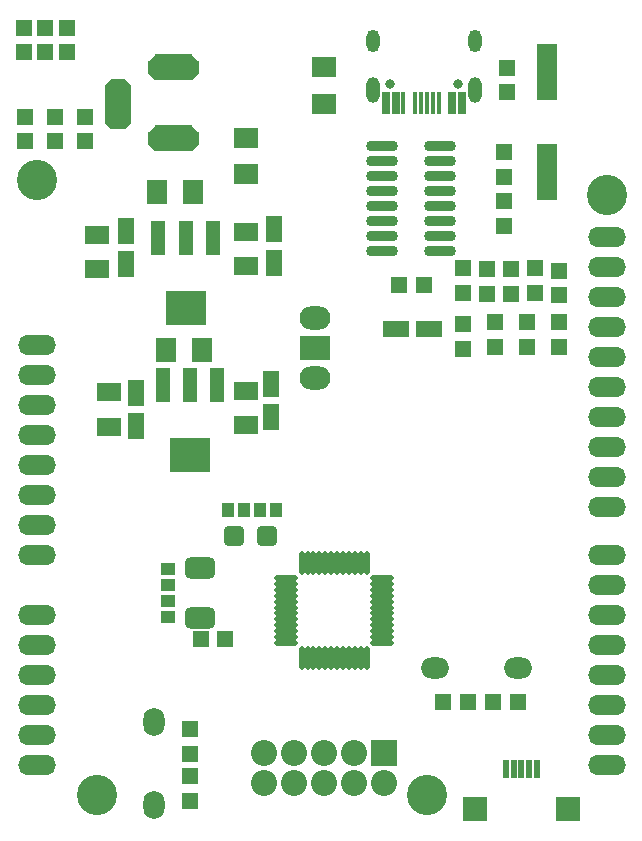
<source format=gbr>
G04*
G04 #@! TF.GenerationSoftware,Altium Limited,Altium Designer,24.2.2 (26)*
G04*
G04 Layer_Color=8388736*
%FSLAX44Y44*%
%MOMM*%
G71*
G04*
G04 #@! TF.SameCoordinates,4540F394-007A-4255-9B34-8FA5F3C486F6*
G04*
G04*
G04 #@! TF.FilePolarity,Negative*
G04*
G01*
G75*
%ADD43R,1.1032X1.2032*%
G04:AMPARAMS|DCode=44|XSize=1.75mm|YSize=1.75mm|CornerRadius=0.475mm|HoleSize=0mm|Usage=FLASHONLY|Rotation=0.000|XOffset=0mm|YOffset=0mm|HoleType=Round|Shape=RoundedRectangle|*
%AMROUNDEDRECTD44*
21,1,1.7500,0.8000,0,0,0.0*
21,1,0.8000,1.7500,0,0,0.0*
1,1,0.9500,0.4000,-0.4000*
1,1,0.9500,-0.4000,-0.4000*
1,1,0.9500,-0.4000,0.4000*
1,1,0.9500,0.4000,0.4000*
%
%ADD44ROUNDEDRECTD44*%
%ADD45R,1.4032X1.4032*%
%ADD46O,2.4000X1.8000*%
%ADD47R,0.6032X1.5532*%
%ADD48R,2.1032X2.1032*%
%ADD49O,1.8000X2.4000*%
%ADD50R,1.2032X1.1032*%
G04:AMPARAMS|DCode=51|XSize=1.8032mm|YSize=2.6032mm|CornerRadius=0.5016mm|HoleSize=0mm|Usage=FLASHONLY|Rotation=270.000|XOffset=0mm|YOffset=0mm|HoleType=Round|Shape=RoundedRectangle|*
%AMROUNDEDRECTD51*
21,1,1.8032,1.6000,0,0,270.0*
21,1,0.8000,2.6032,0,0,270.0*
1,1,1.0032,-0.8000,-0.4000*
1,1,1.0032,-0.8000,0.4000*
1,1,1.0032,0.8000,0.4000*
1,1,1.0032,0.8000,-0.4000*
%
%ADD51ROUNDEDRECTD51*%
%ADD52O,0.5032X2.0032*%
%ADD53O,2.0032X0.5032*%
%ADD54R,2.2032X1.4032*%
%ADD55R,1.4032X1.4032*%
%ADD56R,2.1032X1.7032*%
%ADD57R,1.7032X2.1032*%
%ADD58R,2.0032X1.5032*%
%ADD59R,1.4032X2.2032*%
%ADD60R,1.2032X2.9032*%
%ADD61R,3.5032X2.9032*%
%ADD62R,0.7000X1.9000*%
%ADD63R,0.4000X1.9000*%
%ADD64O,2.7032X0.9032*%
%ADD65R,1.7032X4.7032*%
%ADD66R,2.2032X2.2032*%
%ADD67C,2.2032*%
%ADD68C,3.4036*%
%ADD69O,3.2032X1.7032*%
%ADD70O,2.6032X2.0032*%
%ADD71R,2.6032X2.0032*%
%ADD72O,1.1032X1.9032*%
%ADD73O,1.1032X2.2032*%
%ADD74C,0.8032*%
G36*
X157623Y653719D02*
X157753Y653693D01*
X157880Y653651D01*
X157999Y653592D01*
X158110Y653518D01*
X158210Y653430D01*
X163210Y648430D01*
X163298Y648330D01*
X163372Y648219D01*
X163431Y648100D01*
X163473Y647974D01*
X163500Y647843D01*
X163508Y647710D01*
Y637710D01*
X163500Y637577D01*
X163473Y637447D01*
X163431Y637320D01*
X163372Y637201D01*
X163298Y637090D01*
X163210Y636990D01*
X158210Y631990D01*
X158110Y631902D01*
X157999Y631828D01*
X157880Y631769D01*
X157753Y631726D01*
X157623Y631701D01*
X157490Y631692D01*
X126990D01*
X126857Y631701D01*
X126727Y631726D01*
X126600Y631769D01*
X126481Y631828D01*
X126370Y631902D01*
X126270Y631990D01*
X121270Y636990D01*
X121182Y637090D01*
X121108Y637201D01*
X121049Y637320D01*
X121006Y637447D01*
X120981Y637577D01*
X120972Y637710D01*
Y647710D01*
X120981Y647843D01*
X121006Y647974D01*
X121049Y648100D01*
X121108Y648219D01*
X121182Y648330D01*
X121270Y648430D01*
X126270Y653430D01*
X126370Y653518D01*
X126481Y653592D01*
X126600Y653651D01*
X126727Y653693D01*
X126857Y653719D01*
X126990Y653728D01*
X157490D01*
X157623Y653719D01*
D02*
G37*
G36*
X100373Y632970D02*
X100504Y632943D01*
X100630Y632901D01*
X100749Y632842D01*
X100860Y632768D01*
X100960Y632680D01*
X105960Y627680D01*
X106048Y627580D01*
X106122Y627469D01*
X106181Y627350D01*
X106223Y627224D01*
X106250Y627093D01*
X106258Y626960D01*
Y596460D01*
X106250Y596327D01*
X106223Y596197D01*
X106181Y596070D01*
X106122Y595951D01*
X106048Y595840D01*
X105960Y595740D01*
X100960Y590740D01*
X100860Y590652D01*
X100749Y590578D01*
X100630Y590519D01*
X100504Y590476D01*
X100373Y590451D01*
X100240Y590442D01*
X90240D01*
X90107Y590451D01*
X89977Y590476D01*
X89850Y590519D01*
X89731Y590578D01*
X89620Y590652D01*
X89520Y590740D01*
X84520Y595740D01*
X84432Y595840D01*
X84358Y595951D01*
X84299Y596070D01*
X84256Y596197D01*
X84230Y596327D01*
X84222Y596460D01*
Y626960D01*
X84230Y627093D01*
X84256Y627224D01*
X84299Y627350D01*
X84358Y627469D01*
X84432Y627580D01*
X84520Y627680D01*
X89520Y632680D01*
X89620Y632768D01*
X89731Y632842D01*
X89850Y632901D01*
X89977Y632943D01*
X90107Y632970D01*
X90240Y632978D01*
X100240D01*
X100373Y632970D01*
D02*
G37*
G36*
X157623Y593719D02*
X157753Y593694D01*
X157880Y593651D01*
X157999Y593592D01*
X158110Y593518D01*
X158210Y593430D01*
X163210Y588430D01*
X163298Y588330D01*
X163372Y588219D01*
X163431Y588100D01*
X163473Y587974D01*
X163500Y587843D01*
X163508Y587710D01*
Y577710D01*
X163500Y577577D01*
X163473Y577447D01*
X163431Y577320D01*
X163372Y577201D01*
X163298Y577090D01*
X163210Y576990D01*
X158210Y571990D01*
X158110Y571902D01*
X157999Y571828D01*
X157880Y571769D01*
X157753Y571726D01*
X157623Y571701D01*
X157490Y571692D01*
X126990D01*
X126857Y571701D01*
X126727Y571726D01*
X126600Y571769D01*
X126481Y571828D01*
X126370Y571902D01*
X126270Y571990D01*
X121270Y576990D01*
X121182Y577090D01*
X121108Y577201D01*
X121049Y577320D01*
X121006Y577447D01*
X120981Y577577D01*
X120972Y577710D01*
Y587710D01*
X120981Y587843D01*
X121006Y587974D01*
X121049Y588100D01*
X121108Y588219D01*
X121182Y588330D01*
X121270Y588430D01*
X126270Y593430D01*
X126370Y593518D01*
X126481Y593592D01*
X126600Y593651D01*
X126727Y593694D01*
X126857Y593719D01*
X126990Y593728D01*
X157490D01*
X157623Y593719D01*
D02*
G37*
D43*
X201930Y267970D02*
D03*
X188430D02*
D03*
X215500D02*
D03*
X229000D02*
D03*
D44*
X193010Y246380D02*
D03*
X221010Y246380D02*
D03*
D45*
X186100Y158750D02*
D03*
X165100D02*
D03*
X391160Y105410D02*
D03*
X370160D02*
D03*
X433750D02*
D03*
X412750D02*
D03*
X333416Y458470D02*
D03*
X354416D02*
D03*
D46*
X363780Y134620D02*
D03*
X433780D02*
D03*
D47*
X423750Y48820D02*
D03*
X430250D02*
D03*
X436750D02*
D03*
X443250D02*
D03*
X449750D02*
D03*
D48*
X397250Y15240D02*
D03*
X476250D02*
D03*
D49*
X125730Y88340D02*
D03*
Y18340D02*
D03*
D50*
X137261Y177808D02*
D03*
Y191308D02*
D03*
X137296Y218258D02*
D03*
Y204758D02*
D03*
D51*
X164893Y176964D02*
D03*
X164893Y218964D02*
D03*
D52*
X250630Y223380D02*
D03*
X255630D02*
D03*
X260630D02*
D03*
X265630D02*
D03*
X270630Y223380D02*
D03*
X275630D02*
D03*
X280630D02*
D03*
X285630Y223380D02*
D03*
X290630D02*
D03*
X295630D02*
D03*
X300630D02*
D03*
X305630D02*
D03*
Y142380D02*
D03*
X300630D02*
D03*
X295630D02*
D03*
X290630D02*
D03*
X285630D02*
D03*
X280630Y142380D02*
D03*
X275630D02*
D03*
X270630D02*
D03*
X265630Y142380D02*
D03*
X260630D02*
D03*
X255630D02*
D03*
X250630D02*
D03*
D53*
X318630Y210380D02*
D03*
Y205380D02*
D03*
Y200380D02*
D03*
Y195380D02*
D03*
Y190380D02*
D03*
Y185380D02*
D03*
Y180380D02*
D03*
Y175380D02*
D03*
Y170380D02*
D03*
Y165380D02*
D03*
Y160380D02*
D03*
Y155380D02*
D03*
X237630D02*
D03*
Y160380D02*
D03*
Y165380D02*
D03*
Y170380D02*
D03*
Y175380D02*
D03*
Y180380D02*
D03*
Y185380D02*
D03*
Y190380D02*
D03*
Y195380D02*
D03*
Y200380D02*
D03*
Y205380D02*
D03*
Y210380D02*
D03*
D54*
X358140Y421640D02*
D03*
X330140D02*
D03*
D55*
X387350Y452010D02*
D03*
Y473010D02*
D03*
X16510Y580050D02*
D03*
Y601050D02*
D03*
X441537Y427060D02*
D03*
Y406060D02*
D03*
X414443Y427060D02*
D03*
Y406060D02*
D03*
X67310Y580050D02*
D03*
Y601050D02*
D03*
X421640Y570824D02*
D03*
Y549824D02*
D03*
X424180Y621620D02*
D03*
Y642620D02*
D03*
X33655Y676370D02*
D03*
Y655370D02*
D03*
X52070Y676370D02*
D03*
Y655370D02*
D03*
X387350Y425560D02*
D03*
Y404560D02*
D03*
X41910Y601050D02*
D03*
Y580050D02*
D03*
X468630Y406060D02*
D03*
Y427060D02*
D03*
X15240Y676370D02*
D03*
Y655370D02*
D03*
X427990Y450994D02*
D03*
Y471994D02*
D03*
X407670Y450994D02*
D03*
Y471994D02*
D03*
X448310Y452010D02*
D03*
Y473010D02*
D03*
X421640Y508676D02*
D03*
Y529676D02*
D03*
X156210Y82660D02*
D03*
Y61660D02*
D03*
Y42504D02*
D03*
Y21504D02*
D03*
X468630Y449630D02*
D03*
Y470630D02*
D03*
D56*
X203200Y583190D02*
D03*
Y552190D02*
D03*
X269240Y642880D02*
D03*
Y611880D02*
D03*
D57*
X166630Y403860D02*
D03*
X135630D02*
D03*
X159010Y537210D02*
D03*
X128010D02*
D03*
D58*
X203200Y368830D02*
D03*
Y339830D02*
D03*
X87630Y367560D02*
D03*
Y338560D02*
D03*
X203200Y503450D02*
D03*
Y474450D02*
D03*
X77470Y500910D02*
D03*
Y471910D02*
D03*
D59*
X224790Y374680D02*
D03*
Y346680D02*
D03*
X110490Y339060D02*
D03*
Y367060D02*
D03*
X227330Y505490D02*
D03*
Y477490D02*
D03*
X101600Y476220D02*
D03*
Y504220D02*
D03*
D60*
X175400Y498130D02*
D03*
X152400D02*
D03*
X129400D02*
D03*
X179210Y373670D02*
D03*
X156210D02*
D03*
X133210D02*
D03*
D61*
X152400Y439130D02*
D03*
X156210Y314670D02*
D03*
D62*
X386330Y612836D02*
D03*
X378330D02*
D03*
X330330D02*
D03*
X322330D02*
D03*
D63*
X356830D02*
D03*
X361830D02*
D03*
X366830D02*
D03*
X351830D02*
D03*
X346830D02*
D03*
X336830D02*
D03*
D64*
X367400Y538480D02*
D03*
Y525780D02*
D03*
Y551180D02*
D03*
Y500380D02*
D03*
Y513080D02*
D03*
Y576580D02*
D03*
Y563880D02*
D03*
Y487680D02*
D03*
X318400Y513080D02*
D03*
Y525780D02*
D03*
Y563880D02*
D03*
Y576580D02*
D03*
Y538480D02*
D03*
Y551180D02*
D03*
Y487680D02*
D03*
Y500380D02*
D03*
D65*
X458470Y638810D02*
D03*
Y553810D02*
D03*
D66*
X320040Y62230D02*
D03*
D67*
X320040Y36830D02*
D03*
X294640Y62230D02*
D03*
Y36830D02*
D03*
X269240Y62230D02*
D03*
Y36830D02*
D03*
X243840Y62230D02*
D03*
Y36830D02*
D03*
X218440Y62230D02*
D03*
X218440Y36830D02*
D03*
D68*
X26670Y547370D02*
D03*
X509270Y534670D02*
D03*
X77470Y26670D02*
D03*
X356870D02*
D03*
D69*
X26670Y407670D02*
D03*
Y382270D02*
D03*
Y356870D02*
D03*
Y331470D02*
D03*
Y306070D02*
D03*
Y280670D02*
D03*
Y255270D02*
D03*
Y229870D02*
D03*
Y179070D02*
D03*
Y153670D02*
D03*
Y128270D02*
D03*
Y102870D02*
D03*
Y77470D02*
D03*
Y52070D02*
D03*
X509270Y270510D02*
D03*
Y295910D02*
D03*
Y321310D02*
D03*
Y346710D02*
D03*
Y372110D02*
D03*
Y397510D02*
D03*
Y422910D02*
D03*
Y448310D02*
D03*
Y473710D02*
D03*
Y499110D02*
D03*
Y52070D02*
D03*
Y77470D02*
D03*
Y102870D02*
D03*
Y128270D02*
D03*
Y153670D02*
D03*
Y179070D02*
D03*
Y204470D02*
D03*
Y229870D02*
D03*
D70*
X261620Y430530D02*
D03*
Y379730D02*
D03*
D71*
Y405130D02*
D03*
D72*
X311080Y665480D02*
D03*
X397580D02*
D03*
D73*
X311080Y623780D02*
D03*
X397580D02*
D03*
D74*
X325430Y628680D02*
D03*
X383230D02*
D03*
M02*

</source>
